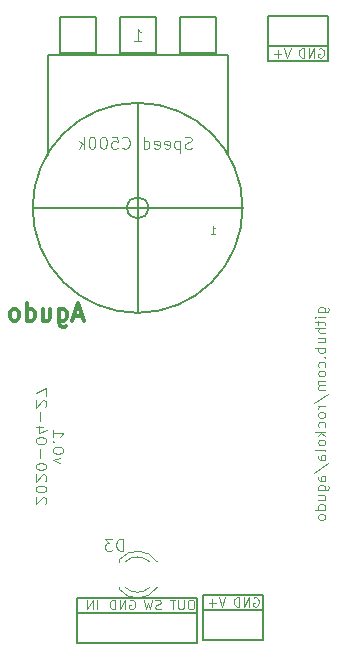
<source format=gbr>
G04 #@! TF.GenerationSoftware,KiCad,Pcbnew,(5.99.0-1452-gb67f18b39)*
G04 #@! TF.CreationDate,2020-04-28T12:12:10+03:00*
G04 #@! TF.ProjectId,agudo,61677564-6f2e-46b6-9963-61645f706362,rev?*
G04 #@! TF.SameCoordinates,Original*
G04 #@! TF.FileFunction,Legend,Bot*
G04 #@! TF.FilePolarity,Positive*
%FSLAX46Y46*%
G04 Gerber Fmt 4.6, Leading zero omitted, Abs format (unit mm)*
G04 Created by KiCad (PCBNEW (5.99.0-1452-gb67f18b39)) date 2020-04-28 12:12:10*
%MOMM*%
%LPD*%
G01*
G04 APERTURE LIST*
%ADD10C,0.100000*%
%ADD11C,0.300000*%
%ADD12C,0.127000*%
%ADD13C,0.120000*%
G04 APERTURE END LIST*
D10*
X115631142Y-104077571D02*
X116359714Y-104077571D01*
X116445428Y-104034714D01*
X116488285Y-103991857D01*
X116531142Y-103906142D01*
X116531142Y-103777571D01*
X116488285Y-103691857D01*
X116188285Y-104077571D02*
X116231142Y-103991857D01*
X116231142Y-103820428D01*
X116188285Y-103734714D01*
X116145428Y-103691857D01*
X116059714Y-103649000D01*
X115802571Y-103649000D01*
X115716857Y-103691857D01*
X115674000Y-103734714D01*
X115631142Y-103820428D01*
X115631142Y-103991857D01*
X115674000Y-104077571D01*
X116231142Y-104506142D02*
X115631142Y-104506142D01*
X115331142Y-104506142D02*
X115374000Y-104463285D01*
X115416857Y-104506142D01*
X115374000Y-104549000D01*
X115331142Y-104506142D01*
X115416857Y-104506142D01*
X115631142Y-104806142D02*
X115631142Y-105149000D01*
X115331142Y-104934714D02*
X116102571Y-104934714D01*
X116188285Y-104977571D01*
X116231142Y-105063285D01*
X116231142Y-105149000D01*
X116231142Y-105449000D02*
X115331142Y-105449000D01*
X116231142Y-105834714D02*
X115759714Y-105834714D01*
X115674000Y-105791857D01*
X115631142Y-105706142D01*
X115631142Y-105577571D01*
X115674000Y-105491857D01*
X115716857Y-105449000D01*
X115631142Y-106649000D02*
X116231142Y-106649000D01*
X115631142Y-106263285D02*
X116102571Y-106263285D01*
X116188285Y-106306142D01*
X116231142Y-106391857D01*
X116231142Y-106520428D01*
X116188285Y-106606142D01*
X116145428Y-106649000D01*
X116231142Y-107077571D02*
X115331142Y-107077571D01*
X115674000Y-107077571D02*
X115631142Y-107163285D01*
X115631142Y-107334714D01*
X115674000Y-107420428D01*
X115716857Y-107463285D01*
X115802571Y-107506142D01*
X116059714Y-107506142D01*
X116145428Y-107463285D01*
X116188285Y-107420428D01*
X116231142Y-107334714D01*
X116231142Y-107163285D01*
X116188285Y-107077571D01*
X116145428Y-107891857D02*
X116188285Y-107934714D01*
X116231142Y-107891857D01*
X116188285Y-107849000D01*
X116145428Y-107891857D01*
X116231142Y-107891857D01*
X116188285Y-108706142D02*
X116231142Y-108620428D01*
X116231142Y-108449000D01*
X116188285Y-108363285D01*
X116145428Y-108320428D01*
X116059714Y-108277571D01*
X115802571Y-108277571D01*
X115716857Y-108320428D01*
X115674000Y-108363285D01*
X115631142Y-108449000D01*
X115631142Y-108620428D01*
X115674000Y-108706142D01*
X116231142Y-109220428D02*
X116188285Y-109134714D01*
X116145428Y-109091857D01*
X116059714Y-109049000D01*
X115802571Y-109049000D01*
X115716857Y-109091857D01*
X115674000Y-109134714D01*
X115631142Y-109220428D01*
X115631142Y-109349000D01*
X115674000Y-109434714D01*
X115716857Y-109477571D01*
X115802571Y-109520428D01*
X116059714Y-109520428D01*
X116145428Y-109477571D01*
X116188285Y-109434714D01*
X116231142Y-109349000D01*
X116231142Y-109220428D01*
X116231142Y-109906142D02*
X115631142Y-109906142D01*
X115716857Y-109906142D02*
X115674000Y-109949000D01*
X115631142Y-110034714D01*
X115631142Y-110163285D01*
X115674000Y-110249000D01*
X115759714Y-110291857D01*
X116231142Y-110291857D01*
X115759714Y-110291857D02*
X115674000Y-110334714D01*
X115631142Y-110420428D01*
X115631142Y-110549000D01*
X115674000Y-110634714D01*
X115759714Y-110677571D01*
X116231142Y-110677571D01*
X115288285Y-111749000D02*
X116445428Y-110977571D01*
X116231142Y-112049000D02*
X115631142Y-112049000D01*
X115802571Y-112049000D02*
X115716857Y-112091857D01*
X115674000Y-112134714D01*
X115631142Y-112220428D01*
X115631142Y-112306142D01*
X116231142Y-112734714D02*
X116188285Y-112649000D01*
X116145428Y-112606142D01*
X116059714Y-112563285D01*
X115802571Y-112563285D01*
X115716857Y-112606142D01*
X115674000Y-112649000D01*
X115631142Y-112734714D01*
X115631142Y-112863285D01*
X115674000Y-112949000D01*
X115716857Y-112991857D01*
X115802571Y-113034714D01*
X116059714Y-113034714D01*
X116145428Y-112991857D01*
X116188285Y-112949000D01*
X116231142Y-112863285D01*
X116231142Y-112734714D01*
X116188285Y-113806142D02*
X116231142Y-113720428D01*
X116231142Y-113549000D01*
X116188285Y-113463285D01*
X116145428Y-113420428D01*
X116059714Y-113377571D01*
X115802571Y-113377571D01*
X115716857Y-113420428D01*
X115674000Y-113463285D01*
X115631142Y-113549000D01*
X115631142Y-113720428D01*
X115674000Y-113806142D01*
X116231142Y-114191857D02*
X115331142Y-114191857D01*
X115888285Y-114277571D02*
X116231142Y-114534714D01*
X115631142Y-114534714D02*
X115974000Y-114191857D01*
X116231142Y-115049000D02*
X116188285Y-114963285D01*
X116145428Y-114920428D01*
X116059714Y-114877571D01*
X115802571Y-114877571D01*
X115716857Y-114920428D01*
X115674000Y-114963285D01*
X115631142Y-115049000D01*
X115631142Y-115177571D01*
X115674000Y-115263285D01*
X115716857Y-115306142D01*
X115802571Y-115349000D01*
X116059714Y-115349000D01*
X116145428Y-115306142D01*
X116188285Y-115263285D01*
X116231142Y-115177571D01*
X116231142Y-115049000D01*
X116231142Y-115863285D02*
X116188285Y-115777571D01*
X116102571Y-115734714D01*
X115331142Y-115734714D01*
X116231142Y-116591857D02*
X115759714Y-116591857D01*
X115674000Y-116549000D01*
X115631142Y-116463285D01*
X115631142Y-116291857D01*
X115674000Y-116206142D01*
X116188285Y-116591857D02*
X116231142Y-116506142D01*
X116231142Y-116291857D01*
X116188285Y-116206142D01*
X116102571Y-116163285D01*
X116016857Y-116163285D01*
X115931142Y-116206142D01*
X115888285Y-116291857D01*
X115888285Y-116506142D01*
X115845428Y-116591857D01*
X115288285Y-117663285D02*
X116445428Y-116891857D01*
X116231142Y-118349000D02*
X115759714Y-118349000D01*
X115674000Y-118306142D01*
X115631142Y-118220428D01*
X115631142Y-118049000D01*
X115674000Y-117963285D01*
X116188285Y-118349000D02*
X116231142Y-118263285D01*
X116231142Y-118049000D01*
X116188285Y-117963285D01*
X116102571Y-117920428D01*
X116016857Y-117920428D01*
X115931142Y-117963285D01*
X115888285Y-118049000D01*
X115888285Y-118263285D01*
X115845428Y-118349000D01*
X115631142Y-119163285D02*
X116359714Y-119163285D01*
X116445428Y-119120428D01*
X116488285Y-119077571D01*
X116531142Y-118991857D01*
X116531142Y-118863285D01*
X116488285Y-118777571D01*
X116188285Y-119163285D02*
X116231142Y-119077571D01*
X116231142Y-118906142D01*
X116188285Y-118820428D01*
X116145428Y-118777571D01*
X116059714Y-118734714D01*
X115802571Y-118734714D01*
X115716857Y-118777571D01*
X115674000Y-118820428D01*
X115631142Y-118906142D01*
X115631142Y-119077571D01*
X115674000Y-119163285D01*
X115631142Y-119977571D02*
X116231142Y-119977571D01*
X115631142Y-119591857D02*
X116102571Y-119591857D01*
X116188285Y-119634714D01*
X116231142Y-119720428D01*
X116231142Y-119849000D01*
X116188285Y-119934714D01*
X116145428Y-119977571D01*
X116231142Y-120791857D02*
X115331142Y-120791857D01*
X116188285Y-120791857D02*
X116231142Y-120706142D01*
X116231142Y-120534714D01*
X116188285Y-120449000D01*
X116145428Y-120406142D01*
X116059714Y-120363285D01*
X115802571Y-120363285D01*
X115716857Y-120406142D01*
X115674000Y-120449000D01*
X115631142Y-120534714D01*
X115631142Y-120706142D01*
X115674000Y-120791857D01*
X116231142Y-121349000D02*
X116188285Y-121263285D01*
X116145428Y-121220428D01*
X116059714Y-121177571D01*
X115802571Y-121177571D01*
X115716857Y-121220428D01*
X115674000Y-121263285D01*
X115631142Y-121349000D01*
X115631142Y-121477571D01*
X115674000Y-121563285D01*
X115716857Y-121606142D01*
X115802571Y-121649000D01*
X116059714Y-121649000D01*
X116145428Y-121606142D01*
X116188285Y-121563285D01*
X116231142Y-121477571D01*
X116231142Y-121349000D01*
X93754357Y-116871571D02*
X93154357Y-116633476D01*
X93754357Y-116395380D01*
X94054357Y-115823952D02*
X94054357Y-115728714D01*
X94011500Y-115633476D01*
X93968642Y-115585857D01*
X93882928Y-115538238D01*
X93711500Y-115490619D01*
X93497214Y-115490619D01*
X93325785Y-115538238D01*
X93240071Y-115585857D01*
X93197214Y-115633476D01*
X93154357Y-115728714D01*
X93154357Y-115823952D01*
X93197214Y-115919190D01*
X93240071Y-115966809D01*
X93325785Y-116014428D01*
X93497214Y-116062047D01*
X93711500Y-116062047D01*
X93882928Y-116014428D01*
X93968642Y-115966809D01*
X94011500Y-115919190D01*
X94054357Y-115823952D01*
X93240071Y-115062047D02*
X93197214Y-115014428D01*
X93154357Y-115062047D01*
X93197214Y-115109666D01*
X93240071Y-115062047D01*
X93154357Y-115062047D01*
X93154357Y-114062047D02*
X93154357Y-114633476D01*
X93154357Y-114347761D02*
X94054357Y-114347761D01*
X93925785Y-114443000D01*
X93840071Y-114538238D01*
X93797214Y-114633476D01*
X92519642Y-120300142D02*
X92562500Y-120252523D01*
X92605357Y-120157285D01*
X92605357Y-119919190D01*
X92562500Y-119823952D01*
X92519642Y-119776333D01*
X92433928Y-119728714D01*
X92348214Y-119728714D01*
X92219642Y-119776333D01*
X91705357Y-120347761D01*
X91705357Y-119728714D01*
X92605357Y-119109666D02*
X92605357Y-119014428D01*
X92562500Y-118919190D01*
X92519642Y-118871571D01*
X92433928Y-118823952D01*
X92262500Y-118776333D01*
X92048214Y-118776333D01*
X91876785Y-118823952D01*
X91791071Y-118871571D01*
X91748214Y-118919190D01*
X91705357Y-119014428D01*
X91705357Y-119109666D01*
X91748214Y-119204904D01*
X91791071Y-119252523D01*
X91876785Y-119300142D01*
X92048214Y-119347761D01*
X92262500Y-119347761D01*
X92433928Y-119300142D01*
X92519642Y-119252523D01*
X92562500Y-119204904D01*
X92605357Y-119109666D01*
X92519642Y-118395380D02*
X92562500Y-118347761D01*
X92605357Y-118252523D01*
X92605357Y-118014428D01*
X92562500Y-117919190D01*
X92519642Y-117871571D01*
X92433928Y-117823952D01*
X92348214Y-117823952D01*
X92219642Y-117871571D01*
X91705357Y-118443000D01*
X91705357Y-117823952D01*
X92605357Y-117204904D02*
X92605357Y-117109666D01*
X92562500Y-117014428D01*
X92519642Y-116966809D01*
X92433928Y-116919190D01*
X92262500Y-116871571D01*
X92048214Y-116871571D01*
X91876785Y-116919190D01*
X91791071Y-116966809D01*
X91748214Y-117014428D01*
X91705357Y-117109666D01*
X91705357Y-117204904D01*
X91748214Y-117300142D01*
X91791071Y-117347761D01*
X91876785Y-117395380D01*
X92048214Y-117443000D01*
X92262500Y-117443000D01*
X92433928Y-117395380D01*
X92519642Y-117347761D01*
X92562500Y-117300142D01*
X92605357Y-117204904D01*
X92048214Y-116443000D02*
X92048214Y-115681095D01*
X92605357Y-115014428D02*
X92605357Y-114919190D01*
X92562500Y-114823952D01*
X92519642Y-114776333D01*
X92433928Y-114728714D01*
X92262500Y-114681095D01*
X92048214Y-114681095D01*
X91876785Y-114728714D01*
X91791071Y-114776333D01*
X91748214Y-114823952D01*
X91705357Y-114919190D01*
X91705357Y-115014428D01*
X91748214Y-115109666D01*
X91791071Y-115157285D01*
X91876785Y-115204904D01*
X92048214Y-115252523D01*
X92262500Y-115252523D01*
X92433928Y-115204904D01*
X92519642Y-115157285D01*
X92562500Y-115109666D01*
X92605357Y-115014428D01*
X92305357Y-113823952D02*
X91705357Y-113823952D01*
X92648214Y-114062047D02*
X92005357Y-114300142D01*
X92005357Y-113681095D01*
X92048214Y-113300142D02*
X92048214Y-112538238D01*
X92519642Y-112109666D02*
X92562500Y-112062047D01*
X92605357Y-111966809D01*
X92605357Y-111728714D01*
X92562500Y-111633476D01*
X92519642Y-111585857D01*
X92433928Y-111538238D01*
X92348214Y-111538238D01*
X92219642Y-111585857D01*
X91705357Y-112157285D01*
X91705357Y-111538238D01*
X92605357Y-111204904D02*
X92605357Y-110538238D01*
X91705357Y-110966809D01*
D11*
X95654428Y-104390000D02*
X94940142Y-104390000D01*
X95797285Y-104818571D02*
X95297285Y-103318571D01*
X94797285Y-104818571D01*
X93654428Y-103818571D02*
X93654428Y-105032857D01*
X93725857Y-105175714D01*
X93797285Y-105247142D01*
X93940142Y-105318571D01*
X94154428Y-105318571D01*
X94297285Y-105247142D01*
X93654428Y-104747142D02*
X93797285Y-104818571D01*
X94083000Y-104818571D01*
X94225857Y-104747142D01*
X94297285Y-104675714D01*
X94368714Y-104532857D01*
X94368714Y-104104285D01*
X94297285Y-103961428D01*
X94225857Y-103890000D01*
X94083000Y-103818571D01*
X93797285Y-103818571D01*
X93654428Y-103890000D01*
X92297285Y-103818571D02*
X92297285Y-104818571D01*
X92940142Y-103818571D02*
X92940142Y-104604285D01*
X92868714Y-104747142D01*
X92725857Y-104818571D01*
X92511571Y-104818571D01*
X92368714Y-104747142D01*
X92297285Y-104675714D01*
X90940142Y-104818571D02*
X90940142Y-103318571D01*
X90940142Y-104747142D02*
X91083000Y-104818571D01*
X91368714Y-104818571D01*
X91511571Y-104747142D01*
X91583000Y-104675714D01*
X91654428Y-104532857D01*
X91654428Y-104104285D01*
X91583000Y-103961428D01*
X91511571Y-103890000D01*
X91368714Y-103818571D01*
X91083000Y-103818571D01*
X90940142Y-103890000D01*
X90011571Y-104818571D02*
X90154428Y-104747142D01*
X90225857Y-104675714D01*
X90297285Y-104532857D01*
X90297285Y-104104285D01*
X90225857Y-103961428D01*
X90154428Y-103890000D01*
X90011571Y-103818571D01*
X89797285Y-103818571D01*
X89654428Y-103890000D01*
X89583000Y-103961428D01*
X89511571Y-104104285D01*
X89511571Y-104532857D01*
X89583000Y-104675714D01*
X89654428Y-104747142D01*
X89797285Y-104818571D01*
X90011571Y-104818571D01*
D10*
X106508571Y-97426428D02*
X106851428Y-97426428D01*
X106680000Y-97426428D02*
X106680000Y-96826428D01*
X106737142Y-96912142D01*
X106794285Y-96969285D01*
X106851428Y-96997857D01*
D12*
G04 #@! TO.C,RV2*
X101228000Y-95250000D02*
G75*
G03*
X101228000Y-95250000I-898000J0D01*
G01*
X100329998Y-104140000D02*
G75*
G03*
X109220000Y-95250000I101J8889901D01*
G01*
X91440000Y-95249998D02*
G75*
G03*
X100330000Y-104140000I8889901J-101D01*
G01*
X100330000Y-86360000D02*
G75*
G03*
X91440000Y-95250000I0J-8890000D01*
G01*
X109220000Y-95250000D02*
G75*
G03*
X100330000Y-86360000I-8890000J0D01*
G01*
X107950000Y-90805000D02*
X107950000Y-82296000D01*
X92710000Y-82296000D02*
X92710000Y-90805000D01*
X100330000Y-86360000D02*
X100330000Y-104140000D01*
X109220000Y-95250000D02*
X91440000Y-95250000D01*
X107950000Y-82296000D02*
X92710000Y-82296000D01*
X106934000Y-82169000D02*
X103886000Y-82169000D01*
X101854000Y-82169000D02*
X98806000Y-82169000D01*
X96774000Y-82169000D02*
X93726000Y-82169000D01*
X106934000Y-82169000D02*
X106934000Y-79121000D01*
X106934000Y-79121000D02*
X103886000Y-79121000D01*
X103886000Y-79121000D02*
X103886000Y-82169000D01*
X101854000Y-82169000D02*
X101854000Y-79121000D01*
X101854000Y-79121000D02*
X98806000Y-79121000D01*
X98806000Y-79121000D02*
X98806000Y-82169000D01*
X96774000Y-82169000D02*
X96774000Y-79121000D01*
X96774000Y-79121000D02*
X93726000Y-79121000D01*
X93726000Y-79121000D02*
X93726000Y-82169000D01*
G04 #@! TO.C,J3*
X111379000Y-82804000D02*
X111379000Y-81534000D01*
X116459000Y-82804000D02*
X116459000Y-81534000D01*
X111379000Y-82804000D02*
X116459000Y-82804000D01*
X111379000Y-81534000D02*
X111379000Y-78994000D01*
X116459000Y-81534000D02*
X116459000Y-78994000D01*
X111379000Y-81534000D02*
X116459000Y-81534000D01*
X116459000Y-78994000D02*
X111379000Y-78994000D01*
G04 #@! TO.C,J2*
X110934500Y-129286000D02*
X105854500Y-129286000D01*
X105854500Y-131826000D02*
X110934500Y-131826000D01*
X110934500Y-131826000D02*
X110934500Y-129286000D01*
X105854500Y-131826000D02*
X105854500Y-129286000D01*
X105854500Y-128016000D02*
X110934500Y-128016000D01*
X110934500Y-129286000D02*
X110934500Y-128016000D01*
X105854500Y-129286000D02*
X105854500Y-128016000D01*
G04 #@! TO.C,J1*
X105397300Y-129514600D02*
X95237300Y-129514600D01*
X95237300Y-132054600D02*
X105397300Y-132054600D01*
X105397300Y-132054600D02*
X105397300Y-129514600D01*
X95237300Y-132054600D02*
X95237300Y-129514600D01*
X95237300Y-128244600D02*
X105397300Y-128244600D01*
X105397300Y-129514600D02*
X105397300Y-128244600D01*
X95237300Y-129514600D02*
X95237300Y-128244600D01*
D13*
G04 #@! TO.C,D3*
X101989635Y-127380108D02*
G75*
G02*
X98757300Y-127537016I-1672335J1078608D01*
G01*
X101989635Y-125222892D02*
G75*
G03*
X98757300Y-125065984I-1672335J-1078608D01*
G01*
X101358430Y-127381337D02*
G75*
G02*
X99276339Y-127381500I-1041130J1079837D01*
G01*
X101358430Y-125221663D02*
G75*
G03*
X99276339Y-125221500I-1041130J-1079837D01*
G01*
X98757300Y-127537500D02*
X98757300Y-127381500D01*
X98757300Y-125221500D02*
X98757300Y-125065500D01*
G04 #@! TO.C,RV2*
X104901404Y-90193761D02*
X104758547Y-90241380D01*
X104520452Y-90241380D01*
X104425214Y-90193761D01*
X104377595Y-90146142D01*
X104329976Y-90050904D01*
X104329976Y-89955666D01*
X104377595Y-89860428D01*
X104425214Y-89812809D01*
X104520452Y-89765190D01*
X104710928Y-89717571D01*
X104806166Y-89669952D01*
X104853785Y-89622333D01*
X104901404Y-89527095D01*
X104901404Y-89431857D01*
X104853785Y-89336619D01*
X104806166Y-89289000D01*
X104710928Y-89241380D01*
X104472833Y-89241380D01*
X104329976Y-89289000D01*
X103901404Y-89574714D02*
X103901404Y-90574714D01*
X103901404Y-89622333D02*
X103806166Y-89574714D01*
X103615690Y-89574714D01*
X103520452Y-89622333D01*
X103472833Y-89669952D01*
X103425214Y-89765190D01*
X103425214Y-90050904D01*
X103472833Y-90146142D01*
X103520452Y-90193761D01*
X103615690Y-90241380D01*
X103806166Y-90241380D01*
X103901404Y-90193761D01*
X102615690Y-90193761D02*
X102710928Y-90241380D01*
X102901404Y-90241380D01*
X102996642Y-90193761D01*
X103044261Y-90098523D01*
X103044261Y-89717571D01*
X102996642Y-89622333D01*
X102901404Y-89574714D01*
X102710928Y-89574714D01*
X102615690Y-89622333D01*
X102568071Y-89717571D01*
X102568071Y-89812809D01*
X103044261Y-89908047D01*
X101758547Y-90193761D02*
X101853785Y-90241380D01*
X102044261Y-90241380D01*
X102139500Y-90193761D01*
X102187119Y-90098523D01*
X102187119Y-89717571D01*
X102139500Y-89622333D01*
X102044261Y-89574714D01*
X101853785Y-89574714D01*
X101758547Y-89622333D01*
X101710928Y-89717571D01*
X101710928Y-89812809D01*
X102187119Y-89908047D01*
X100853785Y-90241380D02*
X100853785Y-89241380D01*
X100853785Y-90193761D02*
X100949023Y-90241380D01*
X101139500Y-90241380D01*
X101234738Y-90193761D01*
X101282357Y-90146142D01*
X101329976Y-90050904D01*
X101329976Y-89765190D01*
X101282357Y-89669952D01*
X101234738Y-89622333D01*
X101139500Y-89574714D01*
X100949023Y-89574714D01*
X100853785Y-89622333D01*
X99044261Y-90146142D02*
X99091880Y-90193761D01*
X99234738Y-90241380D01*
X99329976Y-90241380D01*
X99472833Y-90193761D01*
X99568071Y-90098523D01*
X99615690Y-90003285D01*
X99663309Y-89812809D01*
X99663309Y-89669952D01*
X99615690Y-89479476D01*
X99568071Y-89384238D01*
X99472833Y-89289000D01*
X99329976Y-89241380D01*
X99234738Y-89241380D01*
X99091880Y-89289000D01*
X99044261Y-89336619D01*
X98139500Y-89241380D02*
X98615690Y-89241380D01*
X98663309Y-89717571D01*
X98615690Y-89669952D01*
X98520452Y-89622333D01*
X98282357Y-89622333D01*
X98187119Y-89669952D01*
X98139500Y-89717571D01*
X98091880Y-89812809D01*
X98091880Y-90050904D01*
X98139500Y-90146142D01*
X98187119Y-90193761D01*
X98282357Y-90241380D01*
X98520452Y-90241380D01*
X98615690Y-90193761D01*
X98663309Y-90146142D01*
X97472833Y-89241380D02*
X97377595Y-89241380D01*
X97282357Y-89289000D01*
X97234738Y-89336619D01*
X97187119Y-89431857D01*
X97139500Y-89622333D01*
X97139500Y-89860428D01*
X97187119Y-90050904D01*
X97234738Y-90146142D01*
X97282357Y-90193761D01*
X97377595Y-90241380D01*
X97472833Y-90241380D01*
X97568071Y-90193761D01*
X97615690Y-90146142D01*
X97663309Y-90050904D01*
X97710928Y-89860428D01*
X97710928Y-89622333D01*
X97663309Y-89431857D01*
X97615690Y-89336619D01*
X97568071Y-89289000D01*
X97472833Y-89241380D01*
X96520452Y-89241380D02*
X96425214Y-89241380D01*
X96329976Y-89289000D01*
X96282357Y-89336619D01*
X96234738Y-89431857D01*
X96187119Y-89622333D01*
X96187119Y-89860428D01*
X96234738Y-90050904D01*
X96282357Y-90146142D01*
X96329976Y-90193761D01*
X96425214Y-90241380D01*
X96520452Y-90241380D01*
X96615690Y-90193761D01*
X96663309Y-90146142D01*
X96710928Y-90050904D01*
X96758547Y-89860428D01*
X96758547Y-89622333D01*
X96710928Y-89431857D01*
X96663309Y-89336619D01*
X96615690Y-89289000D01*
X96520452Y-89241380D01*
X95758547Y-90241380D02*
X95758547Y-89241380D01*
X95663309Y-89860428D02*
X95377595Y-90241380D01*
X95377595Y-89574714D02*
X95758547Y-89955666D01*
X100044285Y-81097380D02*
X100615714Y-81097380D01*
X100330000Y-81097380D02*
X100330000Y-80097380D01*
X100425238Y-80240238D01*
X100520476Y-80335476D01*
X100615714Y-80383095D01*
G04 #@! TO.C,J3*
X115671523Y-81769000D02*
X115747714Y-81730904D01*
X115862000Y-81730904D01*
X115976285Y-81769000D01*
X116052476Y-81845190D01*
X116090571Y-81921380D01*
X116128666Y-82073761D01*
X116128666Y-82188047D01*
X116090571Y-82340428D01*
X116052476Y-82416619D01*
X115976285Y-82492809D01*
X115862000Y-82530904D01*
X115785809Y-82530904D01*
X115671523Y-82492809D01*
X115633428Y-82454714D01*
X115633428Y-82188047D01*
X115785809Y-82188047D01*
X115290571Y-82530904D02*
X115290571Y-81730904D01*
X114833428Y-82530904D01*
X114833428Y-81730904D01*
X114452476Y-82530904D02*
X114452476Y-81730904D01*
X114262000Y-81730904D01*
X114147714Y-81769000D01*
X114071523Y-81845190D01*
X114033428Y-81921380D01*
X113995333Y-82073761D01*
X113995333Y-82188047D01*
X114033428Y-82340428D01*
X114071523Y-82416619D01*
X114147714Y-82492809D01*
X114262000Y-82530904D01*
X114452476Y-82530904D01*
X113283904Y-81730904D02*
X113017238Y-82530904D01*
X112750571Y-81730904D01*
X112483904Y-82226142D02*
X111874380Y-82226142D01*
X112179142Y-82530904D02*
X112179142Y-81921380D01*
G04 #@! TO.C,J2*
X107759404Y-128212904D02*
X107492738Y-129012904D01*
X107226071Y-128212904D01*
X106959404Y-128708142D02*
X106349880Y-128708142D01*
X106654642Y-129012904D02*
X106654642Y-128403380D01*
X110147023Y-128251000D02*
X110223214Y-128212904D01*
X110337500Y-128212904D01*
X110451785Y-128251000D01*
X110527976Y-128327190D01*
X110566071Y-128403380D01*
X110604166Y-128555761D01*
X110604166Y-128670047D01*
X110566071Y-128822428D01*
X110527976Y-128898619D01*
X110451785Y-128974809D01*
X110337500Y-129012904D01*
X110261309Y-129012904D01*
X110147023Y-128974809D01*
X110108928Y-128936714D01*
X110108928Y-128670047D01*
X110261309Y-128670047D01*
X109766071Y-129012904D02*
X109766071Y-128212904D01*
X109308928Y-129012904D01*
X109308928Y-128212904D01*
X108927976Y-129012904D02*
X108927976Y-128212904D01*
X108737500Y-128212904D01*
X108623214Y-128251000D01*
X108547023Y-128327190D01*
X108508928Y-128403380D01*
X108470833Y-128555761D01*
X108470833Y-128670047D01*
X108508928Y-128822428D01*
X108547023Y-128898619D01*
X108623214Y-128974809D01*
X108737500Y-129012904D01*
X108927976Y-129012904D01*
G04 #@! TO.C,J1*
X96926347Y-129241504D02*
X96926347Y-128441504D01*
X96545395Y-129241504D02*
X96545395Y-128441504D01*
X96088252Y-129241504D01*
X96088252Y-128441504D01*
X99656823Y-128479600D02*
X99733014Y-128441504D01*
X99847300Y-128441504D01*
X99961585Y-128479600D01*
X100037776Y-128555790D01*
X100075871Y-128631980D01*
X100113966Y-128784361D01*
X100113966Y-128898647D01*
X100075871Y-129051028D01*
X100037776Y-129127219D01*
X99961585Y-129203409D01*
X99847300Y-129241504D01*
X99771109Y-129241504D01*
X99656823Y-129203409D01*
X99618728Y-129165314D01*
X99618728Y-128898647D01*
X99771109Y-128898647D01*
X99275871Y-129241504D02*
X99275871Y-128441504D01*
X98818728Y-129241504D01*
X98818728Y-128441504D01*
X98437776Y-129241504D02*
X98437776Y-128441504D01*
X98247300Y-128441504D01*
X98133014Y-128479600D01*
X98056823Y-128555790D01*
X98018728Y-128631980D01*
X97980633Y-128784361D01*
X97980633Y-128898647D01*
X98018728Y-129051028D01*
X98056823Y-129127219D01*
X98133014Y-129203409D01*
X98247300Y-129241504D01*
X98437776Y-129241504D01*
X102273014Y-129203409D02*
X102158728Y-129241504D01*
X101968252Y-129241504D01*
X101892061Y-129203409D01*
X101853966Y-129165314D01*
X101815871Y-129089123D01*
X101815871Y-129012933D01*
X101853966Y-128936742D01*
X101892061Y-128898647D01*
X101968252Y-128860552D01*
X102120633Y-128822457D01*
X102196823Y-128784361D01*
X102234919Y-128746266D01*
X102273014Y-128670076D01*
X102273014Y-128593885D01*
X102234919Y-128517695D01*
X102196823Y-128479600D01*
X102120633Y-128441504D01*
X101930157Y-128441504D01*
X101815871Y-128479600D01*
X101549204Y-128441504D02*
X101358728Y-129241504D01*
X101206347Y-128670076D01*
X101053966Y-129241504D01*
X100863490Y-128441504D01*
X104927300Y-128441504D02*
X104774919Y-128441504D01*
X104698728Y-128479600D01*
X104622538Y-128555790D01*
X104584442Y-128708171D01*
X104584442Y-128974838D01*
X104622538Y-129127219D01*
X104698728Y-129203409D01*
X104774919Y-129241504D01*
X104927300Y-129241504D01*
X105003490Y-129203409D01*
X105079680Y-129127219D01*
X105117776Y-128974838D01*
X105117776Y-128708171D01*
X105079680Y-128555790D01*
X105003490Y-128479600D01*
X104927300Y-128441504D01*
X104241585Y-128441504D02*
X104241585Y-129089123D01*
X104203490Y-129165314D01*
X104165395Y-129203409D01*
X104089204Y-129241504D01*
X103936823Y-129241504D01*
X103860633Y-129203409D01*
X103822538Y-129165314D01*
X103784442Y-129089123D01*
X103784442Y-128441504D01*
X103517776Y-128441504D02*
X103060633Y-128441504D01*
X103289204Y-129241504D02*
X103289204Y-128441504D01*
G04 #@! TO.C,D3*
X99099595Y-124277380D02*
X99099595Y-123277380D01*
X98861500Y-123277380D01*
X98718642Y-123325000D01*
X98623404Y-123420238D01*
X98575785Y-123515476D01*
X98528166Y-123705952D01*
X98528166Y-123848809D01*
X98575785Y-124039285D01*
X98623404Y-124134523D01*
X98718642Y-124229761D01*
X98861500Y-124277380D01*
X99099595Y-124277380D01*
X98194833Y-123277380D02*
X97575785Y-123277380D01*
X97909119Y-123658333D01*
X97766261Y-123658333D01*
X97671023Y-123705952D01*
X97623404Y-123753571D01*
X97575785Y-123848809D01*
X97575785Y-124086904D01*
X97623404Y-124182142D01*
X97671023Y-124229761D01*
X97766261Y-124277380D01*
X98051976Y-124277380D01*
X98147214Y-124229761D01*
X98194833Y-124182142D01*
G04 #@! TD*
M02*

</source>
